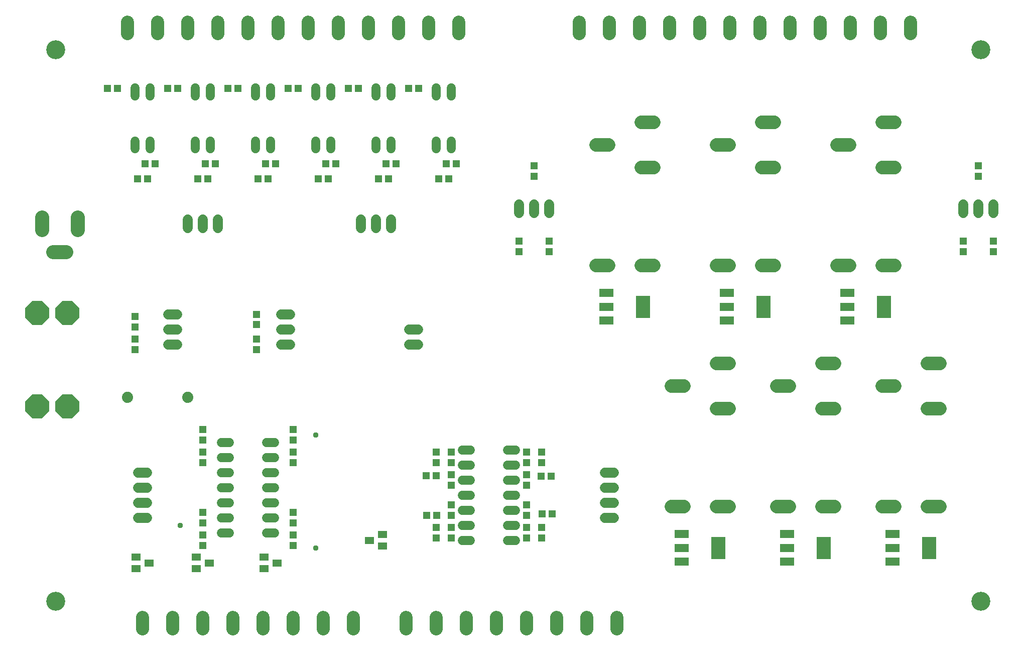
<source format=gts>
G75*
%MOIN*%
%OFA0B0*%
%FSLAX25Y25*%
%IPPOS*%
%LPD*%
%AMOC8*
5,1,8,0,0,1.08239X$1,22.5*
%
%ADD10R,0.05052X0.04934*%
%ADD11C,0.06000*%
%ADD12C,0.09400*%
%ADD13R,0.04737X0.05131*%
%ADD14R,0.05131X0.04737*%
%ADD15C,0.08600*%
%ADD16C,0.06737*%
%ADD17C,0.06800*%
%ADD18C,0.09050*%
%ADD19C,0.12611*%
%ADD20R,0.09600X0.05600*%
%ADD21R,0.09461X0.14973*%
%ADD22R,0.06312X0.04737*%
%ADD23OC8,0.15800*%
%ADD24C,0.07400*%
%ADD25C,0.03778*%
D10*
X0303520Y0095888D03*
X0303520Y0102778D03*
X0303520Y0115888D03*
X0303520Y0122778D03*
X0353520Y0122778D03*
X0353520Y0115888D03*
X0353520Y0102778D03*
X0353520Y0095888D03*
X0174020Y0205888D03*
X0174020Y0212778D03*
X0174020Y0222388D03*
X0174020Y0229278D03*
D11*
X0180920Y0144333D02*
X0186120Y0144333D01*
X0186120Y0134333D02*
X0180920Y0134333D01*
X0180920Y0124333D02*
X0186120Y0124333D01*
X0186120Y0114333D02*
X0180920Y0114333D01*
X0180920Y0104333D02*
X0186120Y0104333D01*
X0186120Y0094333D02*
X0180920Y0094333D01*
X0180920Y0084333D02*
X0186120Y0084333D01*
X0156120Y0084333D02*
X0150920Y0084333D01*
X0150920Y0094333D02*
X0156120Y0094333D01*
X0156120Y0104333D02*
X0150920Y0104333D01*
X0150920Y0114333D02*
X0156120Y0114333D01*
X0156120Y0124333D02*
X0150920Y0124333D01*
X0150920Y0134333D02*
X0156120Y0134333D01*
X0156120Y0144333D02*
X0150920Y0144333D01*
X0310920Y0139333D02*
X0316120Y0139333D01*
X0316120Y0129333D02*
X0310920Y0129333D01*
X0310920Y0119333D02*
X0316120Y0119333D01*
X0316120Y0109333D02*
X0310920Y0109333D01*
X0310920Y0099333D02*
X0316120Y0099333D01*
X0316120Y0089333D02*
X0310920Y0089333D01*
X0310920Y0079333D02*
X0316120Y0079333D01*
X0340920Y0079333D02*
X0346120Y0079333D01*
X0346120Y0089333D02*
X0340920Y0089333D01*
X0340920Y0099333D02*
X0346120Y0099333D01*
X0346120Y0109333D02*
X0340920Y0109333D01*
X0340920Y0119333D02*
X0346120Y0119333D01*
X0346120Y0129333D02*
X0340920Y0129333D01*
X0340920Y0139333D02*
X0346120Y0139333D01*
X0303520Y0339133D02*
X0303520Y0344333D01*
X0293520Y0344333D02*
X0293520Y0339133D01*
X0263520Y0339133D02*
X0263520Y0344333D01*
X0253520Y0344333D02*
X0253520Y0339133D01*
X0223520Y0339133D02*
X0223520Y0344333D01*
X0213520Y0344333D02*
X0213520Y0339133D01*
X0183520Y0339133D02*
X0183520Y0344333D01*
X0173520Y0344333D02*
X0173520Y0339133D01*
X0143520Y0339133D02*
X0143520Y0344333D01*
X0133520Y0344333D02*
X0133520Y0339133D01*
X0103520Y0339133D02*
X0103520Y0344333D01*
X0093520Y0344333D02*
X0093520Y0339133D01*
X0093520Y0374333D02*
X0093520Y0379533D01*
X0103520Y0379533D02*
X0103520Y0374333D01*
X0133520Y0374333D02*
X0133520Y0379533D01*
X0143520Y0379533D02*
X0143520Y0374333D01*
X0173520Y0374333D02*
X0173520Y0379533D01*
X0183520Y0379533D02*
X0183520Y0374333D01*
X0213520Y0374333D02*
X0213520Y0379533D01*
X0223520Y0379533D02*
X0223520Y0374333D01*
X0253520Y0374333D02*
X0253520Y0379533D01*
X0263520Y0379533D02*
X0263520Y0374333D01*
X0293520Y0374333D02*
X0293520Y0379533D01*
X0303520Y0379533D02*
X0303520Y0374333D01*
D12*
X0055331Y0293633D02*
X0055331Y0285033D01*
X0031709Y0285033D02*
X0031709Y0293633D01*
X0039220Y0270436D02*
X0047820Y0270436D01*
D13*
X0093520Y0227680D03*
X0093520Y0220987D03*
X0093520Y0212680D03*
X0093520Y0205987D03*
X0286673Y0122333D03*
X0293366Y0122333D03*
X0293866Y0095833D03*
X0287173Y0095833D03*
X0363673Y0096833D03*
X0370366Y0096833D03*
X0369866Y0121833D03*
X0363173Y0121833D03*
X0306866Y0329333D03*
X0300173Y0329333D03*
X0266866Y0329333D03*
X0260173Y0329333D03*
X0226866Y0329333D03*
X0220173Y0329333D03*
X0186866Y0329333D03*
X0180173Y0329333D03*
X0146866Y0329333D03*
X0140173Y0329333D03*
X0106866Y0329333D03*
X0100173Y0329333D03*
X0115173Y0379333D03*
X0121866Y0379333D03*
X0155173Y0379333D03*
X0161866Y0379333D03*
X0195173Y0379333D03*
X0201866Y0379333D03*
X0235173Y0379333D03*
X0241866Y0379333D03*
X0275173Y0379333D03*
X0281866Y0379333D03*
X0081866Y0379333D03*
X0075173Y0379333D03*
D14*
X0095173Y0319333D03*
X0101866Y0319333D03*
X0135173Y0319333D03*
X0141866Y0319333D03*
X0175173Y0319333D03*
X0181866Y0319333D03*
X0215173Y0319333D03*
X0221866Y0319333D03*
X0255173Y0319333D03*
X0261866Y0319333D03*
X0295173Y0319333D03*
X0301866Y0319333D03*
X0358520Y0320987D03*
X0358520Y0327680D03*
X0368520Y0277680D03*
X0368520Y0270987D03*
X0348520Y0270987D03*
X0348520Y0277680D03*
X0198520Y0152680D03*
X0198520Y0145987D03*
X0198520Y0137680D03*
X0198520Y0130987D03*
X0138520Y0130987D03*
X0138520Y0137680D03*
X0138520Y0145987D03*
X0138520Y0152680D03*
X0138520Y0097680D03*
X0138520Y0090987D03*
X0138520Y0082680D03*
X0138520Y0075987D03*
X0198520Y0075987D03*
X0198520Y0082680D03*
X0198520Y0090987D03*
X0198520Y0097680D03*
X0293520Y0087680D03*
X0293520Y0080987D03*
X0303520Y0080987D03*
X0303520Y0087680D03*
X0353520Y0087680D03*
X0353520Y0080987D03*
X0363520Y0080987D03*
X0363520Y0087680D03*
X0363520Y0130987D03*
X0363520Y0137680D03*
X0353520Y0137680D03*
X0353520Y0130987D03*
X0303520Y0130987D03*
X0303520Y0137680D03*
X0293520Y0137680D03*
X0293520Y0130987D03*
X0643520Y0270987D03*
X0643520Y0277680D03*
X0663520Y0277680D03*
X0663520Y0270987D03*
X0653520Y0320987D03*
X0653520Y0327680D03*
D15*
X0608420Y0415433D02*
X0608420Y0423233D01*
X0588620Y0423233D02*
X0588620Y0415433D01*
X0568420Y0415433D02*
X0568420Y0423233D01*
X0548620Y0423233D02*
X0548620Y0415433D01*
X0528420Y0415433D02*
X0528420Y0423233D01*
X0508620Y0423233D02*
X0508620Y0415433D01*
X0488420Y0415433D02*
X0488420Y0423233D01*
X0468620Y0423233D02*
X0468620Y0415433D01*
X0448420Y0415433D02*
X0448420Y0423233D01*
X0428620Y0423233D02*
X0428620Y0415433D01*
X0408420Y0415433D02*
X0408420Y0423233D01*
X0388620Y0423233D02*
X0388620Y0415433D01*
X0308420Y0415433D02*
X0308420Y0423233D01*
X0288620Y0423233D02*
X0288620Y0415433D01*
X0268420Y0415433D02*
X0268420Y0423233D01*
X0248620Y0423233D02*
X0248620Y0415433D01*
X0228420Y0415433D02*
X0228420Y0423233D01*
X0208620Y0423233D02*
X0208620Y0415433D01*
X0188420Y0415433D02*
X0188420Y0423233D01*
X0168620Y0423233D02*
X0168620Y0415433D01*
X0148420Y0415433D02*
X0148420Y0423233D01*
X0128620Y0423233D02*
X0128620Y0415433D01*
X0108420Y0415433D02*
X0108420Y0423233D01*
X0088620Y0423233D02*
X0088620Y0415433D01*
X0098620Y0028233D02*
X0098620Y0020433D01*
X0118420Y0020433D02*
X0118420Y0028233D01*
X0138620Y0028233D02*
X0138620Y0020433D01*
X0158420Y0020433D02*
X0158420Y0028233D01*
X0178620Y0028233D02*
X0178620Y0020433D01*
X0198420Y0020433D02*
X0198420Y0028233D01*
X0218620Y0028233D02*
X0218620Y0020433D01*
X0238420Y0020433D02*
X0238420Y0028233D01*
X0273620Y0028233D02*
X0273620Y0020433D01*
X0293420Y0020433D02*
X0293420Y0028233D01*
X0313620Y0028233D02*
X0313620Y0020433D01*
X0333420Y0020433D02*
X0333420Y0028233D01*
X0353620Y0028233D02*
X0353620Y0020433D01*
X0373420Y0020433D02*
X0373420Y0028233D01*
X0393620Y0028233D02*
X0393620Y0020433D01*
X0413420Y0020433D02*
X0413420Y0028233D01*
D16*
X0411488Y0094333D02*
X0405551Y0094333D01*
X0405551Y0104333D02*
X0411488Y0104333D01*
X0411488Y0114333D02*
X0405551Y0114333D01*
X0405551Y0124333D02*
X0411488Y0124333D01*
X0281488Y0209333D02*
X0275551Y0209333D01*
X0275551Y0219333D02*
X0281488Y0219333D01*
X0263520Y0286365D02*
X0263520Y0292302D01*
X0253520Y0292302D02*
X0253520Y0286365D01*
X0243520Y0286365D02*
X0243520Y0292302D01*
X0148520Y0292302D02*
X0148520Y0286365D01*
X0138520Y0286365D02*
X0138520Y0292302D01*
X0128520Y0292302D02*
X0128520Y0286365D01*
X0348520Y0296365D02*
X0348520Y0302302D01*
X0358520Y0302302D02*
X0358520Y0296365D01*
X0368520Y0296365D02*
X0368520Y0302302D01*
X0643520Y0302302D02*
X0643520Y0296365D01*
X0653520Y0296365D02*
X0653520Y0302302D01*
X0663520Y0302302D02*
X0663520Y0296365D01*
X0101488Y0124333D02*
X0095551Y0124333D01*
X0095551Y0114333D02*
X0101488Y0114333D01*
X0101488Y0104333D02*
X0095551Y0104333D01*
X0095551Y0094333D02*
X0101488Y0094333D01*
D17*
X0115520Y0209333D02*
X0121520Y0209333D01*
X0121520Y0219333D02*
X0115520Y0219333D01*
X0115520Y0229333D02*
X0121520Y0229333D01*
X0190520Y0229333D02*
X0196520Y0229333D01*
X0196520Y0219333D02*
X0190520Y0219333D01*
X0190520Y0209333D02*
X0196520Y0209333D01*
D18*
X0399395Y0261833D02*
X0407645Y0261833D01*
X0429395Y0261833D02*
X0437645Y0261833D01*
X0479395Y0261833D02*
X0487645Y0261833D01*
X0509395Y0261833D02*
X0517645Y0261833D01*
X0559395Y0261833D02*
X0567645Y0261833D01*
X0589395Y0261833D02*
X0597645Y0261833D01*
X0619395Y0196833D02*
X0627645Y0196833D01*
X0597645Y0181833D02*
X0589395Y0181833D01*
X0619395Y0166833D02*
X0627645Y0166833D01*
X0557645Y0166833D02*
X0549395Y0166833D01*
X0527645Y0181833D02*
X0519395Y0181833D01*
X0549395Y0196833D02*
X0557645Y0196833D01*
X0487645Y0196833D02*
X0479395Y0196833D01*
X0457645Y0181833D02*
X0449395Y0181833D01*
X0479395Y0166833D02*
X0487645Y0166833D01*
X0487645Y0101833D02*
X0479395Y0101833D01*
X0457645Y0101833D02*
X0449395Y0101833D01*
X0519395Y0101833D02*
X0527645Y0101833D01*
X0549395Y0101833D02*
X0557645Y0101833D01*
X0589395Y0101833D02*
X0597645Y0101833D01*
X0619395Y0101833D02*
X0627645Y0101833D01*
X0597645Y0326833D02*
X0589395Y0326833D01*
X0567645Y0341833D02*
X0559395Y0341833D01*
X0589395Y0356833D02*
X0597645Y0356833D01*
X0517645Y0356833D02*
X0509395Y0356833D01*
X0487645Y0341833D02*
X0479395Y0341833D01*
X0509395Y0326833D02*
X0517645Y0326833D01*
X0437645Y0326833D02*
X0429395Y0326833D01*
X0407645Y0341833D02*
X0399395Y0341833D01*
X0429395Y0356833D02*
X0437645Y0356833D01*
D19*
X0040921Y0038861D03*
X0655094Y0038861D03*
X0655094Y0405003D03*
X0040921Y0405003D03*
D20*
X0406320Y0243433D03*
X0406320Y0234333D03*
X0406320Y0225233D03*
X0486320Y0225233D03*
X0486320Y0234333D03*
X0486320Y0243433D03*
X0566320Y0243433D03*
X0566320Y0234333D03*
X0566320Y0225233D03*
X0596320Y0083433D03*
X0596320Y0074333D03*
X0596320Y0065233D03*
X0526320Y0065233D03*
X0526320Y0074333D03*
X0526320Y0083433D03*
X0456320Y0083433D03*
X0456320Y0074333D03*
X0456320Y0065233D03*
D21*
X0480720Y0074333D03*
X0550720Y0074333D03*
X0620720Y0074333D03*
X0590720Y0234333D03*
X0510720Y0234333D03*
X0430720Y0234333D03*
D22*
X0257850Y0083073D03*
X0257850Y0075593D03*
X0249189Y0079333D03*
X0187850Y0064333D03*
X0179189Y0060593D03*
X0179189Y0068073D03*
X0142850Y0064333D03*
X0134189Y0060593D03*
X0134189Y0068073D03*
X0102850Y0064333D03*
X0094189Y0060593D03*
X0094189Y0068073D03*
D23*
X0048520Y0168333D03*
X0028520Y0168333D03*
X0028520Y0230333D03*
X0048520Y0230333D03*
D24*
X0088520Y0174333D03*
X0128520Y0174333D03*
D25*
X0213520Y0149333D03*
X0123520Y0089333D03*
X0213520Y0074333D03*
M02*

</source>
